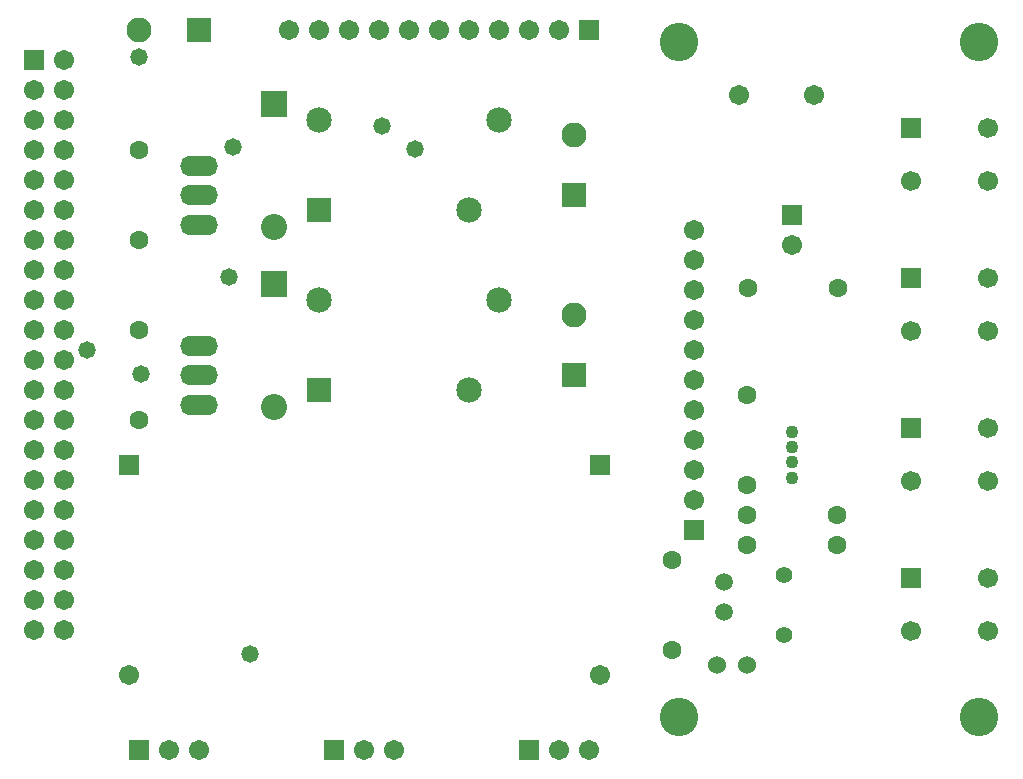
<source format=gts>
G04*
G04 #@! TF.GenerationSoftware,Altium Limited,Altium Designer,21.1.1 (26)*
G04*
G04 Layer_Color=8388736*
%FSLAX25Y25*%
%MOIN*%
G70*
G04*
G04 #@! TF.SameCoordinates,57F2D21C-0FCB-4F51-B6BE-920437A83AD4*
G04*
G04*
G04 #@! TF.FilePolarity,Negative*
G04*
G01*
G75*
%ADD18C,0.08280*%
%ADD19R,0.08280X0.08280*%
%ADD20R,0.08280X0.08280*%
%ADD21C,0.04300*%
%ADD22C,0.06312*%
%ADD23C,0.06706*%
%ADD24R,0.06706X0.06706*%
%ADD25C,0.06000*%
%ADD26R,0.06737X0.06737*%
%ADD27C,0.06737*%
%ADD28R,0.06706X0.06706*%
%ADD29C,0.06698*%
%ADD30R,0.06698X0.06698*%
%ADD31C,0.05918*%
%ADD32C,0.05524*%
%ADD33C,0.12800*%
%ADD34R,0.08674X0.08674*%
%ADD35C,0.08674*%
%ADD36R,0.08477X0.08477*%
%ADD37C,0.08477*%
%ADD38O,0.12611X0.06706*%
%ADD39C,0.05800*%
D18*
X45000Y255500D02*
D03*
X190000Y220500D02*
D03*
Y160500D02*
D03*
D19*
X65000Y255500D02*
D03*
D20*
X190000Y200500D02*
D03*
Y140500D02*
D03*
D21*
X262500Y121700D02*
D03*
Y116600D02*
D03*
Y111500D02*
D03*
Y106400D02*
D03*
D22*
X247500Y94000D02*
D03*
X277500D02*
D03*
X222500Y49000D02*
D03*
Y79000D02*
D03*
X278000Y169500D02*
D03*
X248000D02*
D03*
X247500Y104000D02*
D03*
Y134000D02*
D03*
X277500Y84000D02*
D03*
X247500D02*
D03*
X45000Y125500D02*
D03*
Y155500D02*
D03*
Y185500D02*
D03*
Y215500D02*
D03*
D23*
X270000Y234000D02*
D03*
X245000D02*
D03*
X120000Y15500D02*
D03*
X130000D02*
D03*
X230000Y99000D02*
D03*
Y109000D02*
D03*
Y119000D02*
D03*
Y129000D02*
D03*
Y139000D02*
D03*
Y149000D02*
D03*
Y159000D02*
D03*
Y169000D02*
D03*
Y179000D02*
D03*
Y189000D02*
D03*
X195000Y15500D02*
D03*
X185000D02*
D03*
X20000Y55500D02*
D03*
Y65500D02*
D03*
Y75500D02*
D03*
Y85500D02*
D03*
Y95500D02*
D03*
Y105500D02*
D03*
Y115500D02*
D03*
Y125500D02*
D03*
Y135500D02*
D03*
Y145500D02*
D03*
Y155500D02*
D03*
Y165500D02*
D03*
Y175500D02*
D03*
Y185500D02*
D03*
Y195500D02*
D03*
Y205500D02*
D03*
Y215500D02*
D03*
Y225500D02*
D03*
Y235500D02*
D03*
Y245500D02*
D03*
X10000Y215500D02*
D03*
Y155500D02*
D03*
Y145500D02*
D03*
Y165500D02*
D03*
Y175500D02*
D03*
Y185500D02*
D03*
Y195500D02*
D03*
Y205500D02*
D03*
Y225500D02*
D03*
Y235500D02*
D03*
Y55500D02*
D03*
Y95500D02*
D03*
Y85500D02*
D03*
Y65500D02*
D03*
Y75500D02*
D03*
Y105500D02*
D03*
Y115500D02*
D03*
Y125500D02*
D03*
Y135500D02*
D03*
X185000Y255500D02*
D03*
X175000D02*
D03*
X165000D02*
D03*
X155000D02*
D03*
X145000D02*
D03*
X135000D02*
D03*
X125000D02*
D03*
X115000D02*
D03*
X105000D02*
D03*
X95000D02*
D03*
X198500Y40500D02*
D03*
X41500D02*
D03*
X55000Y15500D02*
D03*
X65000D02*
D03*
D24*
X110000D02*
D03*
X175000D02*
D03*
X195000Y255500D02*
D03*
X41500Y110500D02*
D03*
X198500D02*
D03*
X45000Y15500D02*
D03*
D25*
X237500Y44000D02*
D03*
X247500D02*
D03*
D26*
X262500Y194000D02*
D03*
D27*
Y184000D02*
D03*
D28*
X230000Y89000D02*
D03*
X10000Y245500D02*
D03*
D29*
X327795Y72858D02*
D03*
Y55142D02*
D03*
X302205D02*
D03*
X327795Y122858D02*
D03*
Y105142D02*
D03*
X302205D02*
D03*
Y205142D02*
D03*
X327795D02*
D03*
Y222858D02*
D03*
Y172858D02*
D03*
Y155142D02*
D03*
X302205D02*
D03*
D30*
Y72858D02*
D03*
Y122858D02*
D03*
Y222858D02*
D03*
Y172858D02*
D03*
D31*
X240000Y61500D02*
D03*
Y71500D02*
D03*
D32*
X260000Y54000D02*
D03*
Y74000D02*
D03*
D33*
X225000Y26500D02*
D03*
X325000D02*
D03*
Y251500D02*
D03*
X225000D02*
D03*
D34*
X90000Y171091D02*
D03*
Y231091D02*
D03*
D35*
Y129909D02*
D03*
Y189909D02*
D03*
D36*
X105000Y135539D02*
D03*
Y195539D02*
D03*
D37*
X155000Y135539D02*
D03*
X165000Y165461D02*
D03*
X105000D02*
D03*
X155000Y195539D02*
D03*
X165000Y225461D02*
D03*
X105000D02*
D03*
D38*
X65000Y150343D02*
D03*
Y130657D02*
D03*
Y140500D02*
D03*
Y210343D02*
D03*
Y190657D02*
D03*
Y200500D02*
D03*
D39*
X76200Y216600D02*
D03*
X74800Y173400D02*
D03*
X136800Y216000D02*
D03*
X45500Y140961D02*
D03*
X82000Y47500D02*
D03*
X27415Y149035D02*
D03*
X126000Y223500D02*
D03*
X45000Y246500D02*
D03*
M02*

</source>
